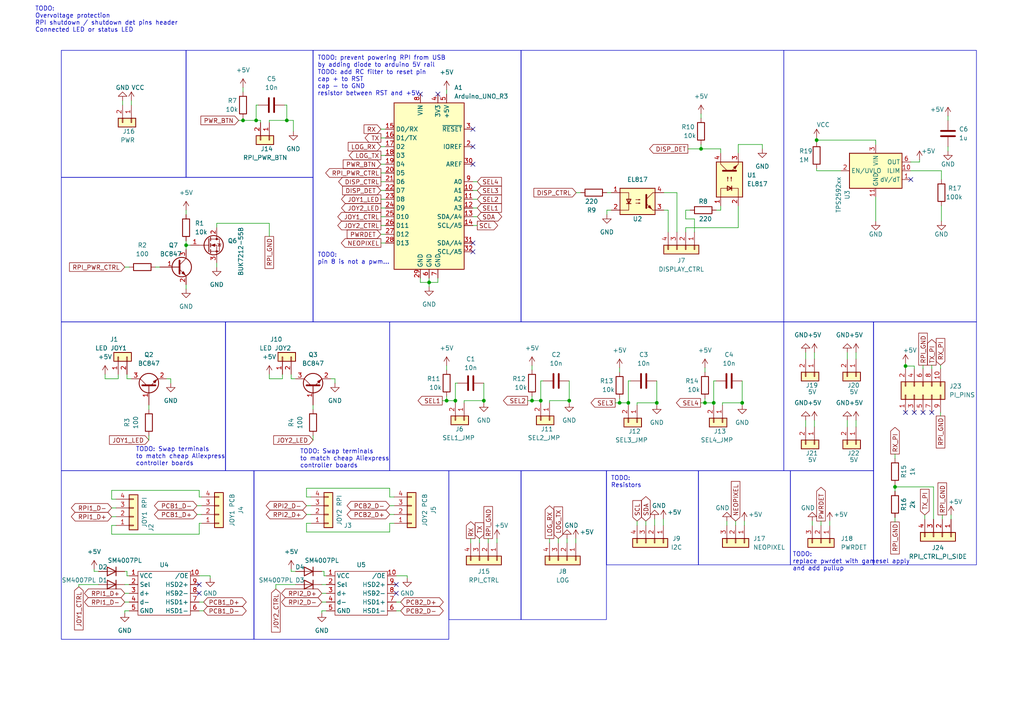
<source format=kicad_sch>
(kicad_sch (version 20230121) (generator eeschema)
  (paper "A4")
  (junction (at 129.54 116.205))
  (junction (at 215.265 116.84))
  (junction (at 179.705 116.84))
  (junction (at 259.588 141.224))
  (junction (at 207.01 116.84))
  (junction (at 190.5 116.84))
  (junction (at 154.305 116.205))
  (junction (at 124.46 81.915))
  (junction (at 74.295 34.925))
  (junction (at 53.975 71.12))
  (junction (at 70.485 34.925))
  (junction (at 262.636 106.172))
  (junction (at 83.185 34.925))
  (junction (at 165.1 116.205))
  (junction (at 140.335 116.205))
  (junction (at 236.855 40.64))
  (junction (at 182.245 116.84))
  (junction (at 132.08 116.205))
  (junction (at 156.845 116.205))
  (junction (at 203.327 43.18))
  (junction (at 204.47 116.84))
  (no_connect (at 137.16 42.545))
  (no_connect (at 114.935 172.085))
  (no_connect (at 137.16 70.485))
  (no_connect (at 121.92 27.305))
  (no_connect (at 267.716 119.634))
  (no_connect (at 270.256 119.634))
  (no_connect (at 265.176 119.634))
  (no_connect (at 137.16 37.465))
  (no_connect (at 137.16 73.025))
  (no_connect (at 57.785 169.545))
  (no_connect (at 137.16 47.625))
  (no_connect (at 262.636 119.634))
  (no_connect (at 127 27.305))
  (no_connect (at 114.935 169.545))
  (no_connect (at 264.16 52.07))
  (no_connect (at 57.785 172.085))
  (wire (pts (xy 60.96 167.005) (xy 60.96 167.64)))
  (wire (pts (xy 127 80.645) (xy 127 81.915)))
  (wire (pts (xy 53.975 82.55) (xy 53.975 83.82)))
  (wire (pts (xy 203.327 43.18) (xy 203.327 41.91)))
  (wire (pts (xy 236.22 102.235) (xy 236.22 104.14)))
  (wire (pts (xy 240.665 151.13) (xy 240.665 152.4)))
  (wire (pts (xy 182.245 117.475) (xy 182.245 116.84)))
  (wire (pts (xy 32.385 154.94) (xy 32.385 152.4)))
  (wire (pts (xy 93.345 172.085) (xy 94.615 172.085)))
  (wire (pts (xy 210.82 151.13) (xy 210.82 152.4)))
  (wire (pts (xy 144.145 156.21) (xy 144.145 157.48)))
  (wire (pts (xy 121.92 81.915) (xy 124.46 81.915)))
  (wire (pts (xy 74.93 30.48) (xy 74.295 30.48)))
  (wire (pts (xy 121.92 80.645) (xy 121.92 81.915)))
  (wire (pts (xy 110.49 40.005) (xy 111.76 40.005)))
  (wire (pts (xy 262.636 106.172) (xy 262.636 106.934)))
  (wire (pts (xy 85.09 34.925) (xy 85.09 38.1)))
  (wire (pts (xy 110.49 42.545) (xy 111.76 42.545)))
  (wire (pts (xy 167.132 55.88) (xy 168.402 55.88)))
  (wire (pts (xy 90.17 151.765) (xy 88.9 151.765)))
  (wire (pts (xy 97.155 109.855) (xy 97.155 111.125)))
  (wire (pts (xy 62.865 76.2) (xy 62.865 77.47)))
  (wire (pts (xy 36.83 165.735) (xy 36.83 167.005)))
  (wire (pts (xy 110.49 67.945) (xy 111.76 67.945)))
  (wire (pts (xy 110.49 60.325) (xy 111.76 60.325)))
  (wire (pts (xy 110.49 52.705) (xy 111.76 52.705)))
  (wire (pts (xy 34.29 109.855) (xy 34.29 108.585)))
  (wire (pts (xy 154.305 116.205) (xy 154.305 114.935)))
  (wire (pts (xy 176.022 60.96) (xy 176.022 62.23)))
  (wire (pts (xy 38.1 30.48) (xy 38.1 29.21)))
  (wire (pts (xy 190.5 110.49) (xy 190.5 116.84)))
  (wire (pts (xy 110.49 65.405) (xy 111.76 65.405)))
  (wire (pts (xy 176.022 55.88) (xy 177.292 55.88)))
  (wire (pts (xy 268.224 149.352) (xy 268.224 150.622)))
  (wire (pts (xy 82.55 30.48) (xy 83.185 30.48)))
  (wire (pts (xy 235.585 151.13) (xy 235.585 152.4)))
  (wire (pts (xy 137.16 65.405) (xy 138.43 65.405)))
  (wire (pts (xy 267.716 105.918) (xy 267.716 106.934)))
  (wire (pts (xy 32.385 142.24) (xy 57.785 142.24)))
  (wire (pts (xy 192.532 60.96) (xy 193.802 60.96)))
  (wire (pts (xy 78.105 68.58) (xy 78.105 64.77)))
  (wire (pts (xy 187.325 151.13) (xy 187.325 152.4)))
  (wire (pts (xy 159.385 116.84) (xy 159.385 116.205)))
  (wire (pts (xy 88.9 146.685) (xy 90.17 146.685)))
  (wire (pts (xy 74.295 30.48) (xy 74.295 34.925)))
  (wire (pts (xy 113.03 149.225) (xy 114.3 149.225)))
  (wire (pts (xy 90.805 127.635) (xy 90.805 126.365)))
  (wire (pts (xy 192.405 150.495) (xy 192.405 152.4)))
  (wire (pts (xy 215.265 116.84) (xy 215.265 117.475)))
  (wire (pts (xy 110.49 45.085) (xy 111.76 45.085)))
  (wire (pts (xy 199.517 43.18) (xy 203.327 43.18)))
  (wire (pts (xy 272.796 119.634) (xy 272.796 120.65)))
  (wire (pts (xy 95.885 109.855) (xy 97.155 109.855)))
  (wire (pts (xy 215.265 110.49) (xy 215.265 116.84)))
  (wire (pts (xy 70.485 34.29) (xy 70.485 34.925)))
  (wire (pts (xy 236.855 49.53) (xy 236.855 48.895)))
  (wire (pts (xy 214.122 44.45) (xy 214.122 41.91)))
  (wire (pts (xy 57.785 151.765) (xy 57.785 154.94)))
  (wire (pts (xy 134.62 116.205) (xy 140.335 116.205)))
  (wire (pts (xy 124.46 81.915) (xy 124.46 83.185)))
  (wire (pts (xy 207.01 116.84) (xy 204.47 116.84)))
  (wire (pts (xy 30.48 109.855) (xy 30.48 108.585)))
  (wire (pts (xy 80.01 169.545) (xy 80.01 170.815)))
  (wire (pts (xy 259.588 131.699) (xy 259.588 132.969)))
  (wire (pts (xy 209.55 116.84) (xy 215.265 116.84)))
  (wire (pts (xy 198.882 66.04) (xy 214.122 66.04)))
  (wire (pts (xy 233.68 102.235) (xy 233.68 104.14)))
  (wire (pts (xy 273.05 59.69) (xy 273.05 64.135)))
  (wire (pts (xy 198.882 63.5) (xy 201.422 63.5)))
  (wire (pts (xy 128.27 116.205) (xy 129.54 116.205)))
  (wire (pts (xy 32.385 152.4) (xy 33.655 152.4)))
  (wire (pts (xy 207.01 117.475) (xy 207.01 116.84)))
  (wire (pts (xy 43.18 118.745) (xy 43.18 117.475)))
  (wire (pts (xy 83.185 34.925) (xy 85.09 34.925)))
  (wire (pts (xy 22.86 169.545) (xy 22.86 170.18)))
  (wire (pts (xy 136.525 157.48) (xy 136.525 156.21)))
  (wire (pts (xy 182.245 110.49) (xy 182.245 116.84)))
  (wire (pts (xy 36.195 165.735) (xy 36.83 165.735)))
  (wire (pts (xy 198.882 60.96) (xy 198.882 63.5)))
  (wire (pts (xy 110.49 55.245) (xy 111.76 55.245)))
  (wire (pts (xy 93.345 177.165) (xy 93.345 177.8)))
  (wire (pts (xy 27.305 165.1) (xy 27.305 165.735)))
  (wire (pts (xy 88.9 151.765) (xy 88.9 154.305)))
  (wire (pts (xy 93.345 169.545) (xy 94.615 169.545)))
  (wire (pts (xy 248.285 102.235) (xy 248.285 104.14)))
  (wire (pts (xy 153.035 116.205) (xy 154.305 116.205)))
  (wire (pts (xy 57.785 177.165) (xy 59.055 177.165)))
  (wire (pts (xy 33.655 149.86) (xy 32.385 149.86)))
  (wire (pts (xy 156.845 110.49) (xy 157.48 110.49)))
  (wire (pts (xy 164.465 156.21) (xy 164.465 157.48)))
  (wire (pts (xy 189.865 150.495) (xy 189.865 152.4)))
  (wire (pts (xy 182.245 116.84) (xy 179.705 116.84)))
  (wire (pts (xy 204.47 106.68) (xy 204.47 107.95)))
  (wire (pts (xy 262.636 105.41) (xy 262.636 106.172)))
  (wire (pts (xy 196.342 55.88) (xy 196.342 67.31)))
  (wire (pts (xy 84.455 165.1) (xy 84.455 165.735)))
  (wire (pts (xy 272.796 105.918) (xy 272.796 106.934)))
  (wire (pts (xy 124.46 80.645) (xy 124.46 81.915)))
  (wire (pts (xy 154.305 106.045) (xy 154.305 107.315)))
  (wire (pts (xy 93.98 167.005) (xy 94.615 167.005)))
  (wire (pts (xy 36.195 77.47) (xy 37.465 77.47)))
  (wire (pts (xy 167.005 156.21) (xy 167.005 157.48)))
  (wire (pts (xy 113.03 151.765) (xy 114.3 151.765)))
  (wire (pts (xy 32.385 144.78) (xy 33.655 144.78)))
  (wire (pts (xy 209.55 117.475) (xy 209.55 116.84)))
  (wire (pts (xy 110.49 37.465) (xy 111.76 37.465)))
  (wire (pts (xy 236.855 40.005) (xy 236.855 40.64)))
  (wire (pts (xy 78.105 34.925) (xy 78.105 35.56)))
  (wire (pts (xy 201.422 63.5) (xy 201.422 67.31)))
  (wire (pts (xy 84.455 109.855) (xy 85.725 109.855)))
  (wire (pts (xy 137.16 60.325) (xy 138.43 60.325)))
  (wire (pts (xy 254 40.64) (xy 254 41.91)))
  (wire (pts (xy 88.9 154.305) (xy 113.03 154.305)))
  (wire (pts (xy 178.435 116.84) (xy 179.705 116.84)))
  (wire (pts (xy 259.588 141.224) (xy 270.764 141.224)))
  (wire (pts (xy 58.42 149.225) (xy 57.15 149.225)))
  (wire (pts (xy 30.48 109.855) (xy 34.29 109.855)))
  (wire (pts (xy 209.042 44.45) (xy 209.042 43.18)))
  (wire (pts (xy 62.865 64.77) (xy 62.865 66.04)))
  (wire (pts (xy 84.455 165.735) (xy 85.725 165.735)))
  (wire (pts (xy 273.304 149.352) (xy 273.304 150.622)))
  (wire (pts (xy 114.935 167.005) (xy 118.11 167.005)))
  (wire (pts (xy 57.785 144.145) (xy 57.785 142.24)))
  (wire (pts (xy 83.185 30.48) (xy 83.185 34.925)))
  (wire (pts (xy 198.882 60.96) (xy 200.152 60.96)))
  (wire (pts (xy 156.845 116.205) (xy 154.305 116.205)))
  (wire (pts (xy 274.955 33.655) (xy 274.955 34.925)))
  (wire (pts (xy 243.84 49.53) (xy 236.855 49.53)))
  (wire (pts (xy 132.08 111.125) (xy 132.08 116.205)))
  (wire (pts (xy 270.256 105.918) (xy 270.256 106.934)))
  (wire (pts (xy 114.935 177.165) (xy 116.205 177.165)))
  (wire (pts (xy 113.03 144.145) (xy 113.03 141.605)))
  (wire (pts (xy 264.16 46.99) (xy 266.7 46.99)))
  (wire (pts (xy 53.975 71.12) (xy 55.245 71.12)))
  (wire (pts (xy 81.915 109.855) (xy 81.915 108.585)))
  (wire (pts (xy 88.9 141.605) (xy 88.9 144.145)))
  (wire (pts (xy 156.845 116.205) (xy 156.845 110.49)))
  (wire (pts (xy 85.725 169.545) (xy 80.01 169.545)))
  (wire (pts (xy 165.1 116.205) (xy 165.1 116.84)))
  (wire (pts (xy 203.327 43.18) (xy 209.042 43.18)))
  (wire (pts (xy 53.975 60.96) (xy 53.975 62.23)))
  (wire (pts (xy 245.745 121.92) (xy 245.745 123.825)))
  (wire (pts (xy 36.195 174.625) (xy 37.465 174.625)))
  (wire (pts (xy 53.975 72.39) (xy 53.975 71.12)))
  (wire (pts (xy 36.83 167.005) (xy 37.465 167.005)))
  (wire (pts (xy 27.305 165.735) (xy 28.575 165.735)))
  (wire (pts (xy 36.195 177.165) (xy 36.195 177.8)))
  (wire (pts (xy 238.125 151.13) (xy 238.125 152.4)))
  (wire (pts (xy 221.107 41.91) (xy 221.107 43.18)))
  (wire (pts (xy 184.785 151.13) (xy 184.785 152.4)))
  (wire (pts (xy 74.295 34.925) (xy 75.565 34.925)))
  (wire (pts (xy 190.5 116.84) (xy 190.5 117.475)))
  (wire (pts (xy 213.36 151.13) (xy 213.36 152.4)))
  (wire (pts (xy 110.49 70.485) (xy 111.76 70.485)))
  (wire (pts (xy 93.98 165.735) (xy 93.98 167.005)))
  (wire (pts (xy 236.22 121.92) (xy 236.22 123.825)))
  (wire (pts (xy 36.83 108.585) (xy 36.83 109.855)))
  (wire (pts (xy 259.588 150.114) (xy 259.588 151.384)))
  (wire (pts (xy 179.705 106.68) (xy 179.705 107.95)))
  (wire (pts (xy 245.745 102.235) (xy 245.745 104.14)))
  (wire (pts (xy 137.16 55.245) (xy 138.43 55.245)))
  (wire (pts (xy 53.975 69.85) (xy 53.975 71.12)))
  (wire (pts (xy 114.3 144.145) (xy 113.03 144.145)))
  (wire (pts (xy 93.345 165.735) (xy 93.98 165.735)))
  (wire (pts (xy 198.882 66.04) (xy 198.882 67.31)))
  (wire (pts (xy 90.805 118.745) (xy 90.805 117.475)))
  (wire (pts (xy 193.802 60.96) (xy 193.802 67.31)))
  (wire (pts (xy 36.195 172.085) (xy 37.465 172.085)))
  (wire (pts (xy 259.588 140.589) (xy 259.588 141.224)))
  (wire (pts (xy 265.176 106.934) (xy 265.176 106.172)))
  (wire (pts (xy 113.03 146.685) (xy 114.3 146.685)))
  (wire (pts (xy 156.845 116.84) (xy 156.845 116.205)))
  (wire (pts (xy 33.655 147.32) (xy 32.385 147.32)))
  (wire (pts (xy 233.68 121.92) (xy 233.68 123.825)))
  (wire (pts (xy 264.16 49.53) (xy 273.05 49.53)))
  (wire (pts (xy 132.08 116.205) (xy 129.54 116.205)))
  (wire (pts (xy 57.785 174.625) (xy 59.055 174.625)))
  (wire (pts (xy 49.53 109.855) (xy 49.53 111.125)))
  (wire (pts (xy 139.065 156.21) (xy 139.065 157.48)))
  (wire (pts (xy 70.485 34.925) (xy 74.295 34.925)))
  (wire (pts (xy 22.86 169.545) (xy 28.575 169.545)))
  (wire (pts (xy 265.176 106.172) (xy 262.636 106.172)))
  (wire (pts (xy 58.42 146.685) (xy 57.15 146.685)))
  (wire (pts (xy 93.345 174.625) (xy 94.615 174.625)))
  (wire (pts (xy 78.105 64.77) (xy 62.865 64.77)))
  (wire (pts (xy 140.335 111.125) (xy 140.335 116.205)))
  (wire (pts (xy 159.385 116.205) (xy 165.1 116.205)))
  (wire (pts (xy 137.16 57.785) (xy 138.43 57.785)))
  (wire (pts (xy 58.42 151.765) (xy 57.785 151.765)))
  (wire (pts (xy 266.7 46.99) (xy 266.7 46.355)))
  (wire (pts (xy 84.455 108.585) (xy 84.455 109.855)))
  (wire (pts (xy 165.1 110.49) (xy 165.1 116.205)))
  (wire (pts (xy 207.01 110.49) (xy 207.01 116.84)))
  (wire (pts (xy 129.54 26.035) (xy 129.54 27.305)))
  (wire (pts (xy 161.925 156.21) (xy 161.925 157.48)))
  (wire (pts (xy 214.122 66.04) (xy 214.122 59.69)))
  (wire (pts (xy 184.785 116.84) (xy 190.5 116.84)))
  (wire (pts (xy 78.105 109.855) (xy 78.105 108.585)))
  (wire (pts (xy 236.855 40.64) (xy 236.855 41.275)))
  (wire (pts (xy 113.03 154.305) (xy 113.03 151.765)))
  (wire (pts (xy 32.385 142.24) (xy 32.385 144.78)))
  (wire (pts (xy 35.56 30.48) (xy 35.56 29.21)))
  (wire (pts (xy 248.285 121.92) (xy 248.285 123.825)))
  (wire (pts (xy 57.785 167.005) (xy 60.96 167.005)))
  (wire (pts (xy 78.105 34.925) (xy 83.185 34.925)))
  (wire (pts (xy 132.715 111.125) (xy 132.08 111.125)))
  (wire (pts (xy 274.955 42.545) (xy 274.955 43.815)))
  (wire (pts (xy 57.785 154.94) (xy 32.385 154.94)))
  (wire (pts (xy 48.26 109.855) (xy 49.53 109.855)))
  (wire (pts (xy 179.705 116.84) (xy 179.705 115.57)))
  (wire (pts (xy 58.42 144.145) (xy 57.785 144.145)))
  (wire (pts (xy 140.335 116.205) (xy 140.335 116.84)))
  (wire (pts (xy 43.18 127.635) (xy 43.18 126.365)))
  (wire (pts (xy 129.54 106.045) (xy 129.54 107.315)))
  (wire (pts (xy 129.54 116.205) (xy 129.54 114.935)))
  (wire (pts (xy 36.195 169.545) (xy 37.465 169.545)))
  (wire (pts (xy 137.16 52.705) (xy 138.43 52.705)))
  (wire (pts (xy 114.935 174.625) (xy 116.205 174.625)))
  (wire (pts (xy 192.532 55.88) (xy 196.342 55.88)))
  (wire (pts (xy 177.292 60.96) (xy 176.022 60.96)))
  (wire (pts (xy 69.215 34.925) (xy 70.485 34.925)))
  (wire (pts (xy 110.49 57.785) (xy 111.76 57.785)))
  (wire (pts (xy 118.11 167.005) (xy 118.11 167.64)))
  (wire (pts (xy 182.88 110.49) (xy 182.245 110.49)))
  (wire (pts (xy 236.855 40.64) (xy 254 40.64)))
  (wire (pts (xy 254 57.15) (xy 254 64.135)))
  (wire (pts (xy 94.615 177.165) (xy 93.345 177.165)))
  (wire (pts (xy 134.62 116.84) (xy 134.62 116.205)))
  (wire (pts (xy 132.08 116.84) (xy 132.08 116.205)))
  (wire (pts (xy 215.9 151.13) (xy 215.9 152.4)))
  (wire (pts (xy 270.764 141.224) (xy 270.764 150.622)))
  (wire (pts (xy 45.085 77.47) (xy 46.355 77.47)))
  (wire (pts (xy 207.772 60.96) (xy 209.042 60.96)))
  (wire (pts (xy 37.465 177.165) (xy 36.195 177.165)))
  (wire (pts (xy 70.485 25.4) (xy 70.485 26.67)))
  (wire (pts (xy 75.565 34.925) (xy 75.565 35.56)))
  (wire (pts (xy 110.49 62.865) (xy 111.76 62.865)))
  (wire (pts (xy 141.605 156.21) (xy 141.605 157.48)))
  (wire (pts (xy 36.83 109.855) (xy 38.1 109.855)))
  (wire (pts (xy 214.122 41.91) (xy 221.107 41.91)))
  (wire (pts (xy 113.03 141.605) (xy 88.9 141.605)))
  (wire (pts (xy 275.844 149.352) (xy 275.844 150.622)))
  (wire (pts (xy 203.2 116.84) (xy 204.47 116.84)))
  (wire (pts (xy 204.47 116.84) (xy 204.47 115.57)))
  (wire (pts (xy 78.105 109.855) (xy 81.915 109.855)))
  (wire (pts (xy 209.042 60.96) (xy 209.042 59.69)))
  (wire (pts (xy 184.785 117.475) (xy 184.785 116.84)))
  (wire (pts (xy 159.385 156.21) (xy 159.385 157.48)))
  (wire (pts (xy 259.588 141.224) (xy 259.588 142.494)))
  (wire (pts (xy 110.49 50.165) (xy 111.76 50.165)))
  (wire (pts (xy 88.9 149.225) (xy 90.17 149.225)))
  (wire (pts (xy 207.645 110.49) (xy 207.01 110.49)))
  (wire (pts (xy 273.05 49.53) (xy 273.05 52.07)))
  (wire (pts (xy 110.49 47.625) (xy 111.76 47.625)))
  (wire (pts (xy 137.16 62.865) (xy 138.43 62.865)))
  (wire (pts (xy 88.9 144.145) (xy 90.17 144.145)))
  (wire (pts (xy 124.46 81.915) (xy 127 81.915)))
  (wire (pts (xy 203.327 33.02) (xy 203.327 34.29)))
  (rectangle (start 73.66 136.525) (end 130.175 185.42))
  (rectangle (start 17.78 51.435) (end 90.805 93.345))
  (rectangle (start 227.33 93.345) (end 253.365 136.525))
  (rectangle (start 53.975 14.605) (end 90.805 51.435))
  (rectangle (start 202.565 136.525) (end 229.235 163.83))
  (rectangle (start 130.175 136.525) (end 151.13 179.705))
  (rectangle (start 229.235 136.525) (end 253.365 163.83))
  (rectangle (start 227.33 14.605) (end 283.21 93.345))
  (rectangle (start 253.365 93.345) (end 283.21 163.83))
  (rectangle (start 17.78 136.525) (end 73.66 185.42))
  (rectangle (start 65.405 93.345) (end 113.03 136.525))
  (rectangle (start 113.03 93.345) (end 227.33 136.525))
  (rectangle (start 151.13 14.605) (end 227.33 93.345))
  (rectangle (start 151.13 136.525) (end 175.895 179.705))
  (rectangle (start 90.805 14.605) (end 151.13 93.345))
  (rectangle (start 17.78 93.345) (end 65.405 136.525))
  (rectangle (start 175.895 136.525) (end 202.565 163.83))
  (rectangle (start 17.78 14.605) (end 53.975 51.435))
  (text "TODO: add RC filter to reset pin\ncap + to RST\ncap - to GND\nresistor between RST and +5V" (at 92.075 27.94 0) (effects (font (size 1.27 1.27)) (justify left bottom)))
  (text "TODO:\nreplace pwrdet with gamesel apply\nand add pullup" (at 229.87 165.735 0) (effects (font (size 1.27 1.27)) (justify left bottom)))
  (text "TODO:\nOvervoltage protection\nRPI shutdown / shutdown det pins header\nConnected LED or status LED" (at 10.16 9.525 0) (effects (font (size 1.27 1.27)) (justify left bottom)))
  (text "TODO: prevent powering RPI from USB\nby adding diode to arduino 5V rail" (at 92.075 19.685 0) (effects (font (size 1.27 1.27)) (justify left bottom)))
  (text "TODO:\npin 8 is not a pwm..." (at 92.075 76.835 0) (effects (font (size 1.27 1.27)) (justify left bottom)))
  (text "TODO: Swap terminals\nto match cheap Aliexpress \ncontroller boards" (at 39.37 135.255 0) (effects (font (size 1.27 1.27)) (justify left bottom)))
  (text "TODO:\nResistors" (at 177.165 141.605 0) (effects (font (size 1.27 1.27)) (justify left bottom)))
  (text "TODO: Swap terminals\nto match cheap Aliexpress \ncontroller boards" (at 86.995 135.89 0) (effects (font (size 1.27 1.27)) (justify left bottom)))
  (global_label "NEOPIXEL" (shape output) (at 110.49 70.485 180) (property "Intersheetrefs" "${INTERSHEET_REFS}" (effects hide)))
  (global_label "RPI2_D+" (shape bidirectional) (at 93.345 172.085 180) (property "Intersheetrefs" "${INTERSHEET_REFS}" (effects hide)))
  (global_label "PWR_BTN" (shape input) (at 110.49 47.625 180) (property "Intersheetrefs" "${INTERSHEET_REFS}" (effects hide)))
  (global_label "RPI_GND" (shape passive) (at 78.105 68.58 270) (property "Intersheetrefs" "${INTERSHEET_REFS}" (effects hide)))
  (global_label "PCB1_D-" (shape bidirectional) (at 57.15 146.685 180) (property "Intersheetrefs" "${INTERSHEET_REFS}" (effects hide)))
  (global_label "SEL4" (shape output) (at 203.2 116.84 180) (property "Intersheetrefs" "${INTERSHEET_REFS}" (effects hide)))
  (global_label "PWRDET" (shape output) (at 238.125 151.13 90) (property "Intersheetrefs" "${INTERSHEET_REFS}" (effects hide)))
  (global_label "PCB2_D-" (shape bidirectional) (at 113.03 146.685 180) (property "Intersheetrefs" "${INTERSHEET_REFS}" (effects hide)))
  (global_label "RPI_GND" (shape passive) (at 273.304 149.352 90) (property "Intersheetrefs" "${INTERSHEET_REFS}" (effects hide)))
  (global_label "LOG_TX" (shape output) (at 110.49 45.085 180) (property "Intersheetrefs" "${INTERSHEET_REFS}" (effects hide)))
  (global_label "LOG_RX" (shape input) (at 110.49 42.545 180) (property "Intersheetrefs" "${INTERSHEET_REFS}" (effects hide)))
  (global_label "RPI2_D-" (shape bidirectional) (at 93.345 174.625 180) (property "Intersheetrefs" "${INTERSHEET_REFS}" (effects hide)))
  (global_label "SCL" (shape input) (at 184.785 151.13 90) (property "Intersheetrefs" "${INTERSHEET_REFS}" (effects hide)))
  (global_label "RPI1_D-" (shape bidirectional) (at 32.385 147.32 180) (property "Intersheetrefs" "${INTERSHEET_REFS}" (effects hide)))
  (global_label "RPI_GND" (shape passive) (at 267.716 105.918 90) (property "Intersheetrefs" "${INTERSHEET_REFS}" (effects hide)))
  (global_label "RX_PI" (shape input) (at 272.796 105.918 90) (property "Intersheetrefs" "${INTERSHEET_REFS}" (effects hide)))
  (global_label "JOY1_CTRL" (shape input) (at 22.86 170.18 270) (property "Intersheetrefs" "${INTERSHEET_REFS}" (effects hide)))
  (global_label "SEL3" (shape output) (at 178.435 116.84 180) (property "Intersheetrefs" "${INTERSHEET_REFS}" (effects hide)))
  (global_label "RPI_GND" (shape passive) (at 272.796 120.65 270) (property "Intersheetrefs" "${INTERSHEET_REFS}" (effects hide)))
  (global_label "SDA" (shape bidirectional) (at 187.325 151.13 90) (property "Intersheetrefs" "${INTERSHEET_REFS}" (effects hide)))
  (global_label "SEL4" (shape input) (at 138.43 52.705 0) (property "Intersheetrefs" "${INTERSHEET_REFS}" (effects hide)))
  (global_label "PWR_BTN" (shape input) (at 69.215 34.925 180) (property "Intersheetrefs" "${INTERSHEET_REFS}" (effects hide)))
  (global_label "JOY2_CTRL" (shape input) (at 80.01 170.815 270) (property "Intersheetrefs" "${INTERSHEET_REFS}" (effects hide)))
  (global_label "SEL1" (shape input) (at 138.43 60.325 0) (property "Intersheetrefs" "${INTERSHEET_REFS}" (effects hide)))
  (global_label "TX_PI" (shape input) (at 268.224 149.352 90) (property "Intersheetrefs" "${INTERSHEET_REFS}" (effects hide)))
  (global_label "PCB2_D+" (shape bidirectional) (at 113.03 149.225 180) (property "Intersheetrefs" "${INTERSHEET_REFS}" (effects hide)))
  (global_label "SEL1" (shape output) (at 128.27 116.205 180) (property "Intersheetrefs" "${INTERSHEET_REFS}" (effects hide)))
  (global_label "DISP_DET" (shape output) (at 199.517 43.18 180) (property "Intersheetrefs" "${INTERSHEET_REFS}" (effects hide)))
  (global_label "JOY1_LED" (shape output) (at 110.49 57.785 180) (property "Intersheetrefs" "${INTERSHEET_REFS}" (effects hide)))
  (global_label "RX" (shape input) (at 110.49 37.465 180) (property "Intersheetrefs" "${INTERSHEET_REFS}" (effects hide)))
  (global_label "RPI1_D+" (shape bidirectional) (at 36.195 172.085 180) (property "Intersheetrefs" "${INTERSHEET_REFS}" (effects hide)))
  (global_label "JOY2_LED" (shape input) (at 90.805 127.635 180) (property "Intersheetrefs" "${INTERSHEET_REFS}" (effects hide)))
  (global_label "JOY2_LED" (shape output) (at 110.49 60.325 180) (property "Intersheetrefs" "${INTERSHEET_REFS}" (effects hide)))
  (global_label "TX" (shape input) (at 139.065 156.21 90) (property "Intersheetrefs" "${INTERSHEET_REFS}" (effects hide)))
  (global_label "PCB1_D+" (shape bidirectional) (at 57.15 149.225 180) (property "Intersheetrefs" "${INTERSHEET_REFS}" (effects hide)))
  (global_label "PCB2_D-" (shape bidirectional) (at 116.205 177.165 0) (property "Intersheetrefs" "${INTERSHEET_REFS}" (effects hide)))
  (global_label "PCB1_D+" (shape bidirectional) (at 59.055 174.625 0) (property "Intersheetrefs" "${INTERSHEET_REFS}" (effects hide)))
  (global_label "RPI1_D-" (shape bidirectional) (at 36.195 174.625 180) (property "Intersheetrefs" "${INTERSHEET_REFS}" (effects hide)))
  (global_label "JOY1_LED" (shape input) (at 43.18 127.635 180) (property "Intersheetrefs" "${INTERSHEET_REFS}" (effects hide)))
  (global_label "SCL" (shape output) (at 138.43 65.405 0) (property "Intersheetrefs" "${INTERSHEET_REFS}" (effects hide)))
  (global_label "RPI_PWR_CTRL" (shape output) (at 110.49 50.165 180) (property "Intersheetrefs" "${INTERSHEET_REFS}" (effects hide)))
  (global_label "PWRDET" (shape input) (at 110.49 67.945 180) (property "Intersheetrefs" "${INTERSHEET_REFS}" (effects hide)))
  (global_label "RPI_GND" (shape passive) (at 259.588 151.384 270) (property "Intersheetrefs" "${INTERSHEET_REFS}" (effects hide)))
  (global_label "PCB1_D-" (shape bidirectional) (at 59.055 177.165 0) (property "Intersheetrefs" "${INTERSHEET_REFS}" (effects hide)))
  (global_label "SDA" (shape bidirectional) (at 138.43 62.865 0) (property "Intersheetrefs" "${INTERSHEET_REFS}" (effects hide)))
  (global_label "RPI_PWR_CTRL" (shape input) (at 36.195 77.47 180) (property "Intersheetrefs" "${INTERSHEET_REFS}" (effects hide)))
  (global_label "RPI2_D-" (shape bidirectional) (at 88.9 146.685 180) (property "Intersheetrefs" "${INTERSHEET_REFS}" (effects hide)))
  (global_label "DISP_CTRL" (shape input) (at 167.132 55.88 180) (property "Intersheetrefs" "${INTERSHEET_REFS}" (effects hide)))
  (global_label "SEL2" (shape output) (at 153.035 116.205 180) (property "Intersheetrefs" "${INTERSHEET_REFS}" (effects hide)))
  (global_label "RPI2_D+" (shape bidirectional) (at 88.9 149.225 180) (property "Intersheetrefs" "${INTERSHEET_REFS}" (effects hide)))
  (global_label "RPI_GND" (shape passive) (at 141.605 156.21 90) (property "Intersheetrefs" "${INTERSHEET_REFS}" (effects hide)))
  (global_label "TX" (shape output) (at 110.49 40.005 180) (property "Intersheetrefs" "${INTERSHEET_REFS}" (effects hide)))
  (global_label "SEL2" (shape input) (at 138.43 57.785 0) (property "Intersheetrefs" "${INTERSHEET_REFS}" (effects hide)))
  (global_label "RX" (shape output) (at 136.525 156.21 90) (property "Intersheetrefs" "${INTERSHEET_REFS}" (effects hide)))
  (global_label "DISP_DET" (shape input) (at 110.49 55.245 180) (property "Intersheetrefs" "${INTERSHEET_REFS}" (effects hide)))
  (global_label "NEOPIXEL" (shape input) (at 213.36 151.13 90) (property "Intersheetrefs" "${INTERSHEET_REFS}" (effects hide)))
  (global_label "SEL3" (shape input) (at 138.43 55.245 0) (property "Intersheetrefs" "${INTERSHEET_REFS}" (effects hide)))
  (global_label "RX_PI" (shape output) (at 259.588 131.699 90) (property "Intersheetrefs" "${INTERSHEET_REFS}" (effects hide)))
  (global_label "PCB2_D+" (shape bidirectional) (at 116.205 174.625 0) (property "Intersheetrefs" "${INTERSHEET_REFS}" (effects hide)))
  (global_label "TX_PI" (shape output) (at 270.256 105.918 90) (property "Intersheetrefs" "${INTERSHEET_REFS}" (effects hide)))
  (global_label "JOY2_CTRL" (shape output) (at 110.49 65.405 180) (property "Intersheetrefs" "${INTERSHEET_REFS}" (effects hide)))
  (global_label "DISP_CTRL" (shape output) (at 110.49 52.705 180) (property "Intersheetrefs" "${INTERSHEET_REFS}" (effects hide)))
  (global_label "JOY1_CTRL" (shape output) (at 110.49 62.865 180) (property "Intersheetrefs" "${INTERSHEET_REFS}" (effects hide)))
  (global_label "LOG_TX" (shape input) (at 161.925 156.21 90) (property "Intersheetrefs" "${INTERSHEET_REFS}" (effects hide)))
  (global_label "LOG_RX" (shape output) (at 159.385 156.21 90) (property "Intersheetrefs" "${INTERSHEET_REFS}" (effects hide)))
  (global_label "RPI1_D+" (shape bidirectional) (at 32.385 149.86 180) (property "Intersheetrefs" "${INTERSHEET_REFS}" (effects hide)))
  (symbol (lib_id "power:+5V") (at 248.285 121.92 0) (unit 1)
    (property "Reference" "#PWR040" (effects hide))
    (property "Value" "+5V" (at 248.285 116.84 0))
  )
  (symbol (lib_id "Device:C") (at 186.69 110.49 90) (unit 1)
    (property "Reference" "C3" (at 186.69 102.87 90))
    (property "Value" "10n" (at 186.69 105.41 90))
    (property "Footprint" "Capacitor_SMD:C_1206_3216Metric" (effects hide))
  )
  (symbol (lib_id "power:GND") (at 189.865 150.495 180) (unit 1)
    (property "Reference" "#PWR031" (effects hide))
    (property "Value" "GND" (at 191.135 146.685 0))
  )
  (symbol (lib_id "Connector_Generic:Conn_01x02") (at 78.105 40.64 270) (unit 1)
    (property "Reference" "J14" (at 75.565 43.18 90) (effects (justify left)))
    (property "Value" "RPI_PWR_BTN" (at 70.485 45.72 90) (effects (justify left)))
    (property "Footprint" "Connector_JST:JST_XH_B2B-XH-A_1x02_P2.50mm_Vertical" (effects hide))
  )
  (symbol (lib_id "Isolator:EL817") (at 184.912 58.42 0) (unit 1)
    (property "Reference" "U2" (at 184.912 63.5 0))
    (property "Value" "EL817" (at 184.912 52.07 0))
    (property "Footprint" "Package_DIP:DIP-4_W7.62mm_SMDSocket_SmallPads" (effects hide))
    (property "Datasheet" "http://www.everlight.com/file/ProductFile/EL817.pdf" (effects hide))
  )
  (symbol (lib_id "Device:Q_NMOS_GDS") (at 60.325 71.12 0) (unit 1)
    (property "Reference" "Q6" (at 66.04 69.85 0) (effects (justify left)))
    (property "Value" "BUK7212-55B" (at 69.85 80.01 90) (effects (justify left)))
    (property "Footprint" "Package_TO_SOT_SMD:TO-252-2" (effects hide))
  )
  (symbol (lib_id "MCU_Module:Arduino_UNO_R3") (at 124.46 52.705 0) (unit 1)
    (property "Reference" "A1" (at 131.7341 25.4 0) (effects (justify left)))
    (property "Value" "Arduino_UNO_R3" (at 131.7341 27.94 0) (effects (justify left)))
    (property "Footprint" "Module:Arduino_UNO_R3" (effects hide))
    (property "Datasheet" "https://www.arduino.cc/en/Main/arduinoBoardUno" (effects hide))
  )
  (symbol (lib_id "power:+5V") (at 204.47 106.68 0) (unit 1)
    (property "Reference" "#PWR026" (effects hide))
    (property "Value" "+5V" (at 204.47 101.6 0))
  )
  (symbol (lib_id "Connector_Generic:Conn_01x04") (at 141.605 162.56 270) (unit 1)
    (property "Reference" "J15" (at 140.335 165.735 90))
    (property "Value" "RPI_CTRL" (at 140.335 168.275 90))
    (property "Footprint" "Connector_JST:JST_XH_B4B-XH-A_1x04_P2.50mm_Vertical" (effects hide))
  )
  (symbol (lib_id "Connector_Generic:Conn_01x04") (at 119.38 149.225 0) (mirror x) (unit 1)
    (property "Reference" "J5" (at 125.73 147.955 90))
    (property "Value" "JOY2 PCB" (at 123.19 147.955 90))
    (property "Footprint" "Connector_JST:JST_XH_B4B-XH-A_1x04_P2.50mm_Vertical" (effects hide))
  )
  (symbol (lib_id "power:GND") (at 233.68 102.235 180) (unit 1)
    (property "Reference" "#PWR047" (effects hide))
    (property "Value" "GND" (at 232.41 97.155 0))
  )
  (symbol (lib_id "Device:R") (at 70.485 30.48 0) (unit 1)
    (property "Reference" "R7" (at 66.04 29.21 0) (effects (justify left)))
    (property "Value" "10k" (at 65.405 31.75 0) (effects (justify left)))
    (property "Footprint" "Resistor_SMD:R_1206_3216Metric" (effects hide))
  )
  (symbol (lib_id "Device:C") (at 161.29 110.49 90) (unit 1)
    (property "Reference" "C2" (at 161.29 102.87 90))
    (property "Value" "10n" (at 161.29 105.41 90))
    (property "Footprint" "Capacitor_SMD:C_1206_3216Metric" (effects hide))
  )
  (symbol (lib_id "Isolator:EL817") (at 211.582 52.07 90) (unit 1)
    (property "Reference" "U1" (at 216.662 50.8 90) (effects (justify right)))
    (property "Value" "EL817" (at 216.662 53.34 90) (effects (justify right)))
    (property "Footprint" "Package_DIP:DIP-4_W7.62mm_SMDSocket_SmallPads" (effects hide))
    (property "Datasheet" "http://www.everlight.com/file/ProductFile/EL817.pdf" (effects hide))
  )
  (symbol (lib_id "power:+5V") (at 30.48 108.585 0) (unit 1)
    (property "Reference" "#PWR08" (effects hide))
    (property "Value" "+5V" (at 30.48 103.505 0))
  )
  (symbol (lib_id "Transistor_BJT:BC847") (at 90.805 112.395 90) (unit 1)
    (property "Reference" "Q3" (at 90.805 102.87 90))
    (property "Value" "BC847" (at 90.805 105.41 90))
    (property "Footprint" "Package_TO_SOT_SMD:SOT-23" (effects hide))
    (property "Datasheet" "http://www.infineon.com/dgdl/Infineon-BC847SERIES_BC848SERIES_BC849SERIES_BC850SERIES-DS-v01_01-en.pdf?fileId=db3a304314dca389011541d4630a1657" (effects hide))
  )
  (symbol (lib_id "power:+5V") (at 203.327 33.02 0) (unit 1)
    (property "Reference" "#PWR011" (effects hide))
    (property "Value" "+5V" (at 203.327 27.94 0))
  )
  (symbol (lib_id "power:GND") (at 245.745 102.235 180) (unit 1)
    (property "Reference" "#PWR048" (effects hide))
    (property "Value" "GND" (at 244.475 97.155 0))
  )
  (symbol (lib_id "power:GND") (at 215.265 117.475 0) (unit 1)
    (property "Reference" "#PWR027" (effects hide))
    (property "Value" "GND" (at 215.265 122.555 0))
  )
  (symbol (lib_id "power:GND") (at 210.82 151.13 180) (unit 1)
    (property "Reference" "#PWR034" (effects hide))
    (property "Value" "GND" (at 209.55 147.32 0))
  )
  (symbol (lib_id "power:+5V") (at 84.455 165.1 0) (unit 1)
    (property "Reference" "#PWR054" (effects hide))
    (property "Value" "+5V" (at 84.455 160.02 0))
  )
  (symbol (lib_id "Device:C") (at 211.455 110.49 90) (unit 1)
    (property "Reference" "C4" (at 211.455 102.87 90))
    (property "Value" "10n" (at 211.455 105.41 90))
    (property "Footprint" "Capacitor_SMD:C_1206_3216Metric" (effects hide))
  )
  (symbol (lib_id "Device:R") (at 53.975 66.04 0) (unit 1)
    (property "Reference" "R1" (at 56.515 64.77 0) (effects (justify left)))
    (property "Value" "10k" (at 56.515 67.31 0) (effects (justify left)))
    (property "Footprint" "Resistor_SMD:R_1206_3216Metric" (effects hide))
  )
  (symbol (lib_id "Device:R") (at 203.962 60.96 270) (unit 1)
    (property "Reference" "R8" (at 203.962 58.42 90))
    (property "Value" "220" (at 204.597 63.5 90))
    (property "Footprint" "Resistor_SMD:R_1206_3216Metric" (effects hide))
  )
  (symbol (lib_id "power:+5V") (at 248.285 102.235 0) (unit 1)
    (property "Reference" "#PWR045" (effects hide))
    (property "Value" "+5V" (at 248.285 97.155 0))
  )
  (symbol (lib_id "power:+5V") (at 70.485 25.4 0) (unit 1)
    (property "Reference" "#PWR014" (effects hide))
    (property "Value" "+5V" (at 70.485 20.32 0))
  )
  (symbol (lib_id "power:GND") (at 124.46 83.185 0) (unit 1)
    (property "Reference" "#PWR017" (effects hide))
    (property "Value" "GND" (at 124.46 88.265 0))
  )
  (symbol (lib_id "Device:C") (at 274.955 38.735 180) (unit 1)
    (property "Reference" "C6" (at 278.13 37.465 0) (effects (justify right)))
    (property "Value" "1u" (at 278.13 40.005 0) (effects (justify right)))
    (property "Footprint" "Capacitor_SMD:C_1206_3216Metric" (effects hide))
  )
  (symbol (lib_id "Connector_Generic:Conn_01x02") (at 209.55 122.555 270) (unit 1)
    (property "Reference" "J13" (at 207.01 125.095 90) (effects (justify left)))
    (property "Value" "SEL4_JMP" (at 203.2 127.635 90) (effects (justify left)))
    (property "Footprint" "Connector_PinHeader_2.54mm:PinHeader_1x02_P2.54mm_Vertical" (effects hide))
  )
  (symbol (lib_id "Connector_Generic:Conn_02x05_Odd_Even") (at 267.716 114.554 90) (unit 1)
    (property "Reference" "J23" (at 275.336 112.014 90) (effects (justify right)))
    (property "Value" "PI_PINS" (at 275.336 114.554 90) (effects (justify right)))
    (property "Footprint" "Connector_PinSocket_2.54mm:PinSocket_2x05_P2.54mm_Vertical" (effects hide))
  )
  (symbol (lib_id "Connector_Generic:Conn_01x02") (at 81.915 103.505 90) (unit 1)
    (property "Reference" "J10" (at 81.915 98.425 90) (effects (justify left)))
    (property "Value" "LED JOY2" (at 84.455 100.965 90) (effects (justify left)))
    (property "Footprint" "Connector_JST:JST_XH_B2B-XH-A_1x02_P2.50mm_Vertical" (effects hide))
  )
  (symbol (lib_id "power:+5V") (at 266.7 46.355 0) (unit 1)
    (property "Reference" "#PWR044" (effects hide))
    (property "Value" "+5V" (at 269.24 43.815 0))
  )
  (symbol (lib_id "Device:R") (at 273.05 55.88 0) (unit 1)
    (property "Reference" "R17" (at 274.955 54.61 0) (effects (justify left)))
    (property "Value" "100k" (at 274.32 57.15 0) (effects (justify left)))
    (property "Footprint" "Resistor_SMD:R_0805_2012Metric" (effects hide))
  )
  (symbol (lib_id "Connector_Generic:Conn_01x03") (at 238.125 157.48 270) (unit 1)
    (property "Reference" "J18" (at 243.84 156.21 90) (effects (justify left)))
    (property "Value" "PWRDET" (at 243.84 158.75 90) (effects (justify left)))
    (property "Footprint" "Connector_JST:JST_XH_B3B-XH-A_1x03_P2.50mm_Vertical" (effects hide))
  )
  (symbol (lib_id "Connector_Generic:Conn_01x04") (at 63.5 149.225 0) (mirror x) (unit 1)
    (property "Reference" "J4" (at 69.85 147.955 90))
    (property "Value" "JOY1 PCB" (at 67.31 147.955 90))
    (property "Footprint" "Connector_JST:JST_XH_B4B-XH-A_1x04_P2.50mm_Vertical" (effects hide))
  )
  (symbol (lib_id "power:+5V") (at 236.22 102.235 0) (unit 1)
    (property "Reference" "#PWR046" (effects hide))
    (property "Value" "+5V" (at 236.22 97.155 0))
  )
  (symbol (lib_id "Connector_Generic:Conn_01x02") (at 184.785 122.555 270) (unit 1)
    (property "Reference" "J12" (at 182.245 125.095 90) (effects (justify left)))
    (property "Value" "SEL3_JMP" (at 178.435 127.635 90) (effects (justify left)))
    (property "Footprint" "Connector_PinHeader_2.54mm:PinHeader_1x02_P2.54mm_Vertical" (effects hide))
  )
  (symbol (lib_id "power:+5V") (at 154.305 106.045 0) (unit 1)
    (property "Reference" "#PWR022" (effects hide))
    (property "Value" "+5V" (at 154.305 100.965 0))
  )
  (symbol (lib_id "Power_Management:TPS2592xx") (at 254 49.53 0) (unit 1)
    (property "Reference" "U3" (at 245.745 56.515 90))
    (property "Value" "TPS2592xx" (at 243.205 56.515 90))
    (property "Footprint" "Package_SON:VSON-10-1EP_3x3mm_P0.5mm_EP1.65x2.4mm_ThermalVias" (effects hide))
    (property "Datasheet" "http://www.ti.com/lit/ds/symlink/tps25925.pdf" (effects hide))
  )
  (symbol (lib_id "power:VCC") (at 236.855 40.005 0) (unit 1)
    (property "Reference" "#PWR039" (effects hide))
    (property "Value" "VCC" (at 238.76 36.195 0))
  )
  (symbol (lib_id "power:+5V") (at 144.145 156.21 0) (unit 1)
    (property "Reference" "#PWR028" (effects hide))
    (property "Value" "+5V" (at 145.415 152.4 0))
  )
  (symbol (lib_id "power:+5V") (at 215.9 151.13 0) (unit 1)
    (property "Reference" "#PWR033" (effects hide))
    (property "Value" "+5V" (at 219.075 149.225 0))
  )
  (symbol (lib_id "Connector_Generic:Conn_01x02") (at 34.29 103.505 90) (unit 1)
    (property "Reference" "J1" (at 34.29 98.425 90) (effects (justify left)))
    (property "Value" "LED JOY1" (at 36.83 100.965 90) (effects (justify left)))
    (property "Footprint" "Connector_JST:JST_XH_B2B-XH-A_1x02_P2.50mm_Vertical" (effects hide))
  )
  (symbol (lib_id "power:GND") (at 60.96 167.64 0) (unit 1)
    (property "Reference" "#PWR012" (effects hide))
    (property "Value" "GND" (at 60.96 172.085 0))
  )
  (symbol (lib_id "Connector_Generic:Conn_01x02") (at 248.285 128.905 270) (unit 1)
    (property "Reference" "J22" (at 245.745 131.445 90) (effects (justify left)))
    (property "Value" "5V" (at 246.38 133.35 90) (effects (justify left)))
    (property "Footprint" "Connector_JST:JST_XH_B2B-XH-A_1x02_P2.50mm_Vertical" (effects hide))
  )
  (symbol (lib_id "power:+5V") (at 275.844 149.352 0) (unit 1)
    (property "Reference" "#PWR051" (effects hide))
    (property "Value" "+5V" (at 277.114 145.542 0))
  )
  (symbol (lib_id "Connector_Generic:Conn_01x02") (at 248.285 109.22 270) (unit 1)
    (property "Reference" "J20" (at 245.745 111.76 90) (effects (justify left)))
    (property "Value" "5V" (at 246.38 113.665 90) (effects (justify left)))
    (property "Footprint" "Connector_JST:JST_XH_B2B-XH-A_1x02_P2.50mm_Vertical" (effects hide))
  )
  (symbol (lib_id "Connector_Generic:Conn_01x04") (at 164.465 162.56 270) (unit 1)
    (property "Reference" "J8" (at 163.195 165.735 90))
    (property "Value" "LOG" (at 163.195 168.275 90))
    (property "Footprint" "Connector_JST:JST_XH_B4B-XH-A_1x04_P2.50mm_Vertical" (effects hide))
  )
  (symbol (lib_id "power:GND") (at 254 64.135 0) (unit 1)
    (property "Reference" "#PWR037" (effects hide))
    (property "Value" "GND" (at 254 67.945 0))
  )
  (symbol (lib_id "power:VCC") (at 38.1 29.21 0) (unit 1)
    (property "Reference" "#PWR038" (effects hide))
    (property "Value" "VCC" (at 40.005 25.4 0))
  )
  (symbol (lib_id "power:GND") (at 62.865 77.47 0) (unit 1)
    (property "Reference" "#PWR07" (effects hide))
    (property "Value" "GND" (at 62.865 82.55 0))
  )
  (symbol (lib_id "Device:C") (at 78.74 30.48 90) (unit 1)
    (property "Reference" "C5" (at 78.74 22.86 90))
    (property "Value" "10n" (at 78.74 25.4 90))
    (property "Footprint" "Capacitor_SMD:C_1206_3216Metric" (effects hide))
  )
  (symbol (lib_id "Connector_Generic:Conn_01x02") (at 134.62 121.92 270) (unit 1)
    (property "Reference" "J6" (at 132.08 124.46 90) (effects (justify left)))
    (property "Value" "SEL1_JMP" (at 128.27 127 90) (effects (justify left)))
    (property "Footprint" "Connector_PinHeader_2.54mm:PinHeader_1x02_P2.54mm_Vertical" (effects hide))
  )
  (symbol (lib_id "Device:R") (at 259.588 136.779 180) (unit 1)
    (property "Reference" "R15" (at 262.128 136.779 90))
    (property "Value" "1k" (at 264.668 136.779 90))
    (property "Footprint" "Resistor_SMD:R_1206_3216Metric" (effects hide))
  )
  (symbol (lib_id "Connector_Generic:Conn_01x02") (at 159.385 121.92 270) (unit 1)
    (property "Reference" "J11" (at 156.845 124.46 90) (effects (justify left)))
    (property "Value" "SEL2_JMP" (at 153.035 127 90) (effects (justify left)))
    (property "Footprint" "Connector_PinHeader_2.54mm:PinHeader_1x02_P2.54mm_Vertical" (effects hide))
  )
  (symbol (lib_id "power:GND") (at 235.585 151.13 180) (unit 1)
    (property "Reference" "#PWR035" (effects hide))
    (property "Value" "GND" (at 234.315 147.32 0))
  )
  (symbol (lib_id "Device:R") (at 204.47 111.76 180) (unit 1)
    (property "Reference" "R14" (at 198.755 110.49 0) (effects (justify right)))
    (property "Value" "10k" (at 199.39 113.03 0) (effects (justify right)))
    (property "Footprint" "Resistor_SMD:R_1206_3216Metric" (effects hide))
  )
  (symbol (lib_id "Device:R") (at 43.18 122.555 180) (unit 1)
    (property "Reference" "R3" (at 36.83 122.555 90))
    (property "Value" "100" (at 39.37 122.555 90))
    (property "Footprint" "Resistor_SMD:R_0805_2012Metric" (effects hide))
  )
  (symbol (lib_id "Device:R") (at 90.805 122.555 180) (unit 1)
    (property "Reference" "R4" (at 84.455 122.555 90))
    (property "Value" "100" (at 86.995 122.555 90))
    (property "Footprint" "Resistor_SMD:R_0805_2012Metric" (effects hide))
  )
  (symbol (lib_id "power:GND") (at 176.022 62.23 0) (unit 1)
    (property "Reference" "#PWR018" (effects hide))
    (property "Value" "GND" (at 176.022 67.31 0))
  )
  (symbol (lib_id "power:GND") (at 274.955 43.815 0) (unit 1)
    (property "Reference" "#PWR043" (effects hide))
    (property "Value" "GND" (at 274.955 47.625 0))
  )
  (symbol (lib_id "power:GND") (at 221.107 43.18 0) (unit 1)
    (property "Reference" "#PWR019" (effects hide))
    (property "Value" "GND" (at 221.107 48.26 0))
  )
  (symbol (lib_id "power:+5V") (at 240.665 151.13 0) (unit 1)
    (property "Reference" "#PWR036" (effects hide))
    (property "Value" "+5V" (at 243.84 149.225 0))
  )
  (symbol (lib_id "Connector_Generic:Conn_01x03") (at 213.36 157.48 270) (unit 1)
    (property "Reference" "J17" (at 218.44 156.21 90) (effects (justify left)))
    (property "Value" "NEOPIXEL" (at 218.44 158.75 90) (effects (justify left)))
    (property "Footprint" "Connector_JST:JST_XH_B3B-XH-A_1x03_P2.50mm_Vertical" (effects hide))
  )
  (symbol (lib_id "power:+5V") (at 167.005 156.21 0) (unit 1)
    (property "Reference" "#PWR029" (effects hide))
    (property "Value" "+5V" (at 170.18 154.305 0))
  )
  (symbol (lib_id "Device:R") (at 172.212 55.88 90) (unit 1)
    (property "Reference" "R9" (at 171.577 60.96 90))
    (property "Value" "220" (at 171.577 58.42 90))
    (property "Footprint" "Resistor_SMD:R_1206_3216Metric" (effects hide))
  )
  (symbol (lib_id "Connector_Generic:Conn_01x04") (at 95.25 149.225 0) (mirror x) (unit 1)
    (property "Reference" "J3" (at 99.695 152.4 0) (effects (justify left)))
    (property "Value" "JOY2 RPI" (at 98.425 143.51 90) (effects (justify left)))
    (property "Footprint" "Connector_JST:JST_XH_B4B-XH-A_1x04_P2.50mm_Vertical" (effects hide))
  )
  (symbol (lib_id "power:GND") (at 140.335 116.84 0) (unit 1)
    (property "Reference" "#PWR021" (effects hide))
    (property "Value" "GND" (at 140.335 121.92 0))
  )
  (symbol (lib_id "power:GND") (at 97.155 111.125 0) (unit 1)
    (property "Reference" "#PWR010" (effects hide))
    (property "Value" "GND" (at 97.155 116.205 0))
  )
  (symbol (lib_id "Connector_Generic:Conn_01x02") (at 38.1 35.56 270) (unit 1)
    (property "Reference" "J16" (at 35.56 38.1 90) (effects (justify left)))
    (property "Value" "PWR" (at 34.925 40.64 90) (effects (justify left)))
    (property "Footprint" "Connector_JST:JST_XH_B2B-XH-A_1x02_P2.50mm_Vertical" (effects hide))
  )
  (symbol (lib_id "power:+5V") (at 192.405 150.495 0) (unit 1)
    (property "Reference" "#PWR032" (effects hide))
    (property "Value" "+5V" (at 195.58 148.59 0))
  )
  (symbol (lib_id "Interface_USB_Private:FSUSB42MUX") (at 47.625 172.085 0) (unit 1)
    (property "Reference" "U4" (at 47.625 163.83 0))
    (property "Value" "~" (at 51.435 172.085 0))
    (property "Footprint" "Package_SO:MSOP-10-1EP_3x3mm_P0.5mm_EP1.68x1.88mm" (effects hide))
  )
  (symbol (lib_id "Connector_Generic:Conn_01x02") (at 236.22 128.905 270) (unit 1)
    (property "Reference" "J21" (at 233.68 131.445 90) (effects (justify left)))
    (property "Value" "5V" (at 234.315 133.35 90) (effects (justify left)))
    (property "Footprint" "Connector_JST:JST_XH_B2B-XH-A_1x02_P2.50mm_Vertical" (effects hide))
  )
  (symbol (lib_id "power:GND") (at 93.345 177.8 0) (unit 1)
    (property "Reference" "#PWR013" (effects hide))
    (property "Value" "GND" (at 93.345 182.88 0))
  )
  (symbol (lib_id "power:GND") (at 118.11 167.64 0) (unit 1)
    (property "Reference" "#PWR03" (effects hide))
    (property "Value" "GND" (at 118.11 172.085 0))
  )
  (symbol (lib_id "Connector_Generic:Conn_01x04") (at 189.865 157.48 270) (unit 1)
    (property "Reference" "J9" (at 196.215 156.21 90))
    (property "Value" "I2C" (at 196.215 158.75 90))
    (property "Footprint" "Connector_JST:JST_XH_B4B-XH-A_1x04_P2.50mm_Vertical" (effects hide))
  )
  (symbol (lib_id "power:GND") (at 273.05 64.135 0) (unit 1)
    (property "Reference" "#PWR042" (effects hide))
    (property "Value" "GND" (at 273.05 67.945 0))
  )
  (symbol (lib_id "Device:D") (at 89.535 165.735 180) (unit 1)
    (property "Reference" "D4" (at 86.995 164.465 0))
    (property "Value" "SM4007PL" (at 93.345 162.56 0))
    (property "Footprint" "Diode_SMD:D_SOD-123F" (effects hide))
    (property "Sim.Device" "D" (effects hide))
    (property "Sim.Pins" "1=K 2=A" (effects hide))
  )
  (symbol (lib_id "power:GND") (at 165.1 116.84 0) (unit 1)
    (property "Reference" "#PWR023" (effects hide))
    (property "Value" "GND" (at 165.1 121.92 0))
  )
  (symbol (lib_id "Connector_Generic:Conn_01x02") (at 236.22 109.22 270) (unit 1)
    (property "Reference" "J19" (at 233.68 111.76 90) (effects (justify left)))
    (property "Value" "5V" (at 234.315 113.665 90) (effects (justify left)))
    (property "Footprint" "Connector_JST:JST_XH_B2B-XH-A_1x02_P2.50mm_Vertical" (effects hide))
  )
  (symbol (lib_id "Device:D") (at 32.385 165.735 180) (unit 1)
    (property "Reference" "D2" (at 29.845 164.465 0))
    (property "Value" "SM4007PL" (at 36.195 162.56 0))
    (property "Footprint" "Diode_SMD:D_SOD-123F" (effects hide))
    (property "Sim.Device" "D" (effects hide))
    (property "Sim.Pins" "1=K 2=A" (effects hide))
  )
  (symbol (lib_id "power:GND") (at 35.56 29.21 180) (unit 1)
    (property "Reference" "#PWR01" (effects hide))
    (property "Value" "GND" (at 35.56 25.4 0))
  )
  (symbol (lib_id "Device:D") (at 32.385 169.545 180) (unit 1)
    (property "Reference" "D1" (at 29.845 168.275 0))
    (property "Value" "SM4007PL" (at 22.86 168.275 0))
    (property "Footprint" "Diode_SMD:D_SOD-123F" (effects hide))
    (property "Sim.Device" "D" (effects hide))
    (property "Sim.Pins" "1=K 2=A" (effects hide))
  )
  (symbol (lib_id "Connector_Generic:Conn_01x04") (at 198.882 72.39 270) (unit 1)
    (property "Reference" "J7" (at 197.612 75.565 90))
    (property "Value" "DISPLAY_CTRL" (at 197.612 78.105 90))
    (property "Footprint" "Connector_JST:JST_XH_B4B-XH-A_1x04_P2.50mm_Vertical" (effects hide))
  )
  (symbol (lib_id "power:GND") (at 85.09 38.1 0) (unit 1)
    (property "Reference" "#PWR016" (effects hide))
    (property "Value" "GND" (at 85.09 43.18 0))
  )
  (symbol (lib_id "Device:R") (at 41.275 77.47 90) (unit 1)
    (property "Reference" "R2" (at 41.275 71.12 90))
    (property "Value" "100" (at 41.275 73.66 90))
    (property "Footprint" "Resistor_SMD:R_0805_2012Metric" (effects hide))
  )
  (symbol (lib_id "Transistor_BJT:BC847") (at 43.18 112.395 90) (unit 1)
    (property "Reference" "Q2" (at 43.18 102.87 90))
    (property "Value" "BC847" (at 43.18 105.41 90))
    (property "Footprint" "Package_TO_SOT_SMD:SOT-23" (effects hide))
    (property "Datasheet" "http://www.infineon.com/dgdl/Infineon-BC847SERIES_BC848SERIES_BC849SERIES_BC850SERIES-DS-v01_01-en.pdf?fileId=db3a304314dca389011541d4630a1657" (effects hide))
  )
  (symbol (lib_id "power:+5V") (at 129.54 106.045 0) (unit 1)
    (property "Reference" "#PWR020" (effects hide))
    (property "Value" "+5V" (at 129.54 100.965 0))
  )
  (symbol (lib_id "Device:D") (at 89.535 169.545 180) (unit 1)
    (property "Reference" "D3" (at 86.995 168.275 0))
    (property "Value" "SM4007PL" (at 80.01 168.275 0))
    (property "Footprint" "Diode_SMD:D_SOD-123F" (effects hide))
    (property "Sim.Device" "D" (effects hide))
    (property "Sim.Pins" "1=K 2=A" (effects hide))
  )
  (symbol (lib_id "Device:R") (at 154.305 111.125 180) (unit 1)
    (property "Reference" "R12" (at 148.59 109.855 0) (effects (justify right)))
    (property "Value" "10k" (at 149.225 112.395 0) (effects (justify right)))
    (property "Footprint" "Resistor_SMD:R_1206_3216Metric" (effects hide))
  )
  (symbol (lib_id "Connector_Generic:Conn_01x04") (at 273.304 155.702 270) (unit 1)
    (property "Reference" "J24" (at 272.034 158.877 90))
    (property "Value" "RPI_CTRL_PI_SIDE" (at 272.034 161.417 90))
    (property "Footprint" "Connector_JST:JST_XH_B4B-XH-A_1x04_P2.50mm_Vertical" (effects hide))
  )
  (symbol (lib_id "power:GND") (at 36.195 177.8 0) (unit 1)
    (property "Reference" "#PWR053" (effects hide))
    (property "Value" "GND" (at 36.195 182.88 0))
  )
  (symbol (lib_id "power:+5V") (at 129.54 26.035 0) (unit 1)
    (property "Reference" "#PWR015" (effects hide))
    (property "Value" "+5V" (at 129.54 20.955 0))
  )
  (symbol (lib_id "power:GND") (at 245.745 121.92 180) (unit 1)
    (property "Reference" "#PWR050" (effects hide))
    (property "Value" "GND" (at 244.475 116.84 0))
  )
  (symbol (lib_id "power:GND") (at 53.975 83.82 0) (unit 1)
    (property "Reference" "#PWR06" (effects hide))
    (property "Value" "GND" (at 53.975 88.9 0))
  )
  (symbol (lib_id "power:+5V") (at 53.975 60.96 0) (unit 1)
    (property "Reference" "#PWR04" (effects hide))
    (property "Value" "+5V" (at 53.975 55.88 0))
  )
  (symbol (lib_id "power:+5V") (at 236.22 121.92 0) (unit 1)
    (property "Reference" "#PWR041" (effects hide))
    (property "Value" "+5V" (at 236.22 116.84 0))
  )
  (symbol (lib_name "FSUSB42MUX_1") (lib_id "Interface_USB_Private:FSUSB42MUX") (at 104.775 172.085 0) (unit 1)
    (property "Reference" "U5" (at 104.775 163.83 0))
    (property "Value" "~" (at 108.585 172.085 0))
    (property "Footprint" "Package_SO:MSOP-10-1EP_3x3mm_P0.5mm_EP1.68x1.88mm" (effects hide))
  )
  (symbol (lib_id "Connector_Generic:Conn_01x04") (at 38.735 149.86 0) (mirror x) (unit 1)
    (property "Reference" "J2" (at 43.815 153.035 90))
    (property "Value" "JOY1 RPI" (at 41.91 148.59 90))
    (property "Footprint" "Connector_JST:JST_XH_B4B-XH-A_1x04_P2.50mm_Vertical" (effects hide))
  )
  (symbol (lib_id "power:GND") (at 164.465 156.21 180) (unit 1)
    (property "Reference" "#PWR030" (effects hide))
    (property "Value" "GND" (at 165.735 152.4 0))
  )
  (symbol (lib_id "Transistor_BJT:BC847") (at 51.435 77.47 0) (unit 1)
    (property "Reference" "Q7" (at 48.895 71.12 0) (effects (justify left)))
    (property "Value" "BC847" (at 46.355 73.66 0) (effects (justify left)))
    (property "Footprint" "Package_TO_SOT_SMD:SOT-23" (effects hide))
    (property "Datasheet" "http://www.infineon.com/dgdl/Infineon-BC847SERIES_BC848SERIES_BC849SERIES_BC850SERIES-DS-v01_01-en.pdf?fileId=db3a304314dca389011541d4630a1657" (effects hide))
  )
  (symbol (lib_id "Device:R") (at 129.54 111.125 180) (unit 1)
    (property "Reference" "R11" (at 123.825 109.855 0) (effects (justify right)))
    (property "Value" "10k" (at 124.46 112.395 0) (effects (justify right)))
    (property "Footprint" "Resistor_SMD:R_1206_3216Metric" (effects hide))
  )
  (symbol (lib_id "Device:R") (at 179.705 111.76 180) (unit 1)
    (property "Reference" "R13" (at 173.99 110.49 0) (effects (justify right)))
    (property "Value" "10k" (at 174.625 113.03 0) (effects (justify right)))
    (property "Footprint" "Resistor_SMD:R_1206_3216Metric" (effects hide))
  )
  (symbol (lib_id "power:GND") (at 49.53 111.125 0) (unit 1)
    (property "Reference" "#PWR05" (effects hide))
    (property "Value" "GND" (at 49.53 116.205 0))
  )
  (symbol (lib_id "power:+5V") (at 274.955 33.655 0) (unit 1)
    (property "Reference" "#PWR02" (effects hide))
    (property "Value" "+5V" (at 271.78 31.75 0))
  )
  (symbol (lib_id "power:+5V") (at 179.705 106.68 0) (unit 1)
    (property "Reference" "#PWR024" (effects hide))
    (property "Value" "+5V" (at 179.705 101.6 0))
  )
  (symbol (lib_id "Device:R") (at 259.588 146.304 180) (unit 1)
    (property "Reference" "R16" (at 262.128 146.304 90))
    (property "Value" "2k" (at 264.668 146.304 90))
    (property "Footprint" "Resistor_SMD:R_1206_3216Metric" (effects hide))
  )
  (symbol (lib_id "Device:R") (at 236.855 45.085 0) (unit 1)
    (property "Reference" "R19" (at 231.775 43.815 0) (effects (justify left)))
    (property "Value" "1M" (at 231.775 46.355 0) (effects (justify left)))
    (property "Footprint" "Resistor_SMD:R_0805_2012Metric" (effects hide))
  )
  (symbol (lib_id "power:+5V") (at 27.305 165.1 0) (unit 1)
    (property "Reference" "#PWR055" (effects hide))
    (property "Value" "+5V" (at 27.305 160.02 0))
  )
  (symbol (lib_id "power:+5V") (at 78.105 108.585 0) (unit 1)
    (property "Reference" "#PWR09" (effects hide))
    (property "Value" "+5V" (at 78.105 103.505 0))
  )
  (symbol (lib_id "power:GND") (at 233.68 121.92 180) (unit 1)
    (property "Reference" "#PWR049" (effects hide))
    (property "Value" "GND" (at 232.41 116.84 0))
  )
  (symbol (lib_id "Device:R") (at 203.327 38.1 180) (unit 1)
    (property "Reference" "R10" (at 197.612 36.83 0) (effects (justify right)))
    (property "Value" "10k" (at 198.247 39.37 0) (effects (justify right)))
    (property "Footprint" "Resistor_SMD:R_1206_3216Metric" (effects hide))
  )
  (symbol (lib_id "power:GND") (at 190.5 117.475 0) (unit 1)
    (property "Reference" "#PWR025" (effects hide))
    (property "Value" "GND" (at 190.5 122.555 0))
  )
  (symbol (lib_id "Device:C") (at 136.525 111.125 90) (unit 1)
    (property "Reference" "C1" (at 136.525 104.14 90))
    (property "Value" "10n" (at 136.525 106.68 90))
    (property "Footprint" "Capacitor_SMD:C_1206_3216Metric" (effects hide))
  )
  (symbol (lib_id "power:+5V") (at 262.636 105.41 0) (unit 1)
    (property "Reference" "#PWR052" (effects hide))
    (property "Value" "+5V" (at 263.906 101.6 0))
  )
)
</source>
